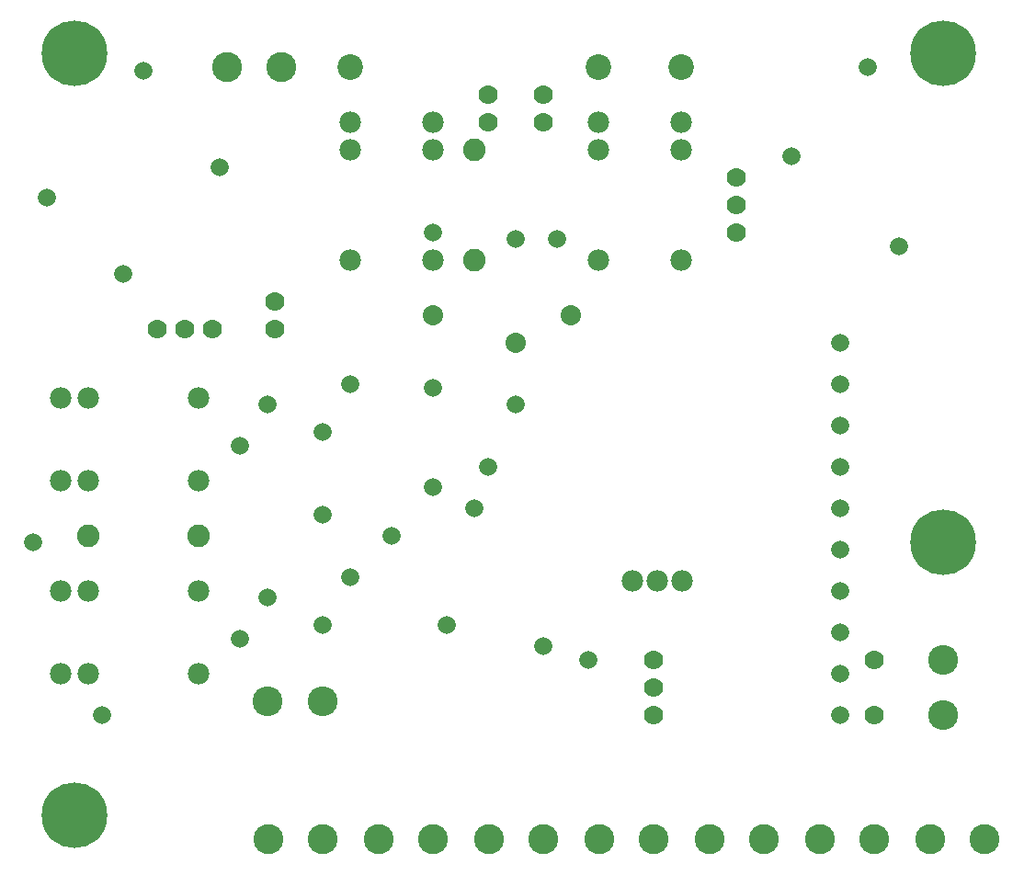
<source format=gbr>
G75*
%MOIN*%
%OFA0B0*%
%FSLAX25Y25*%
%IPPOS*%
%LPD*%
%AMOC8*
5,1,8,0,0,1.08239X$1,22.5*
%
%ADD10C,0.09300*%
%ADD11C,0.10800*%
%ADD12C,0.07000*%
%ADD13C,0.08200*%
%ADD14C,0.07800*%
%ADD15C,0.07343*%
%ADD16C,0.10879*%
%ADD17C,0.23800*%
%ADD18C,0.06556*%
D10*
X0132200Y0358333D03*
X0222200Y0358333D03*
X0252200Y0358333D03*
D11*
X0347200Y0143333D03*
X0347200Y0123333D03*
X0122200Y0128333D03*
X0102200Y0128333D03*
D12*
X0104700Y0263333D03*
X0104700Y0273333D03*
X0082200Y0263333D03*
X0072200Y0263333D03*
X0062200Y0263333D03*
X0182200Y0338333D03*
X0182200Y0348333D03*
X0202200Y0348333D03*
X0202200Y0338333D03*
X0272200Y0318333D03*
X0272200Y0308333D03*
X0272200Y0298333D03*
X0242200Y0143333D03*
X0242200Y0133333D03*
X0242200Y0123333D03*
X0322200Y0123333D03*
X0322200Y0143333D03*
D13*
X0177200Y0288333D03*
X0177200Y0328333D03*
X0077200Y0188333D03*
X0037200Y0188333D03*
D14*
X0037200Y0168333D03*
X0027200Y0168333D03*
X0027200Y0138333D03*
X0037200Y0138333D03*
X0077200Y0138333D03*
X0077200Y0168333D03*
X0077200Y0208333D03*
X0077200Y0238333D03*
X0037200Y0238333D03*
X0027200Y0238333D03*
X0027200Y0208333D03*
X0037200Y0208333D03*
X0132200Y0288333D03*
X0162200Y0288333D03*
X0162200Y0328333D03*
X0162200Y0338333D03*
X0132200Y0338333D03*
X0132200Y0328333D03*
X0222200Y0328333D03*
X0222200Y0338333D03*
X0252200Y0338333D03*
X0252200Y0328333D03*
X0252200Y0288333D03*
X0222200Y0288333D03*
X0234450Y0172083D03*
X0243450Y0172083D03*
X0252450Y0172083D03*
D15*
X0192200Y0258333D03*
X0212200Y0268333D03*
X0162200Y0268333D03*
D16*
X0107043Y0358333D03*
X0087357Y0358333D03*
X0102357Y0078333D03*
X0122043Y0078333D03*
X0142357Y0078333D03*
X0162043Y0078333D03*
X0182357Y0078333D03*
X0202043Y0078333D03*
X0222357Y0078333D03*
X0242043Y0078333D03*
X0262357Y0078333D03*
X0282043Y0078333D03*
X0302357Y0078333D03*
X0322043Y0078333D03*
X0342357Y0078333D03*
X0362043Y0078333D03*
D17*
X0032200Y0087083D03*
X0032200Y0363333D03*
X0347200Y0363333D03*
X0347200Y0185833D03*
D18*
X0309700Y0183333D03*
X0309700Y0168333D03*
X0309700Y0153333D03*
X0309700Y0138333D03*
X0309700Y0123333D03*
X0309700Y0198333D03*
X0309700Y0213333D03*
X0309700Y0228333D03*
X0309700Y0243333D03*
X0309700Y0258333D03*
X0330950Y0293333D03*
X0292200Y0325833D03*
X0319700Y0358333D03*
X0207200Y0295833D03*
X0192200Y0295833D03*
X0162200Y0298333D03*
X0162200Y0242083D03*
X0132200Y0243333D03*
X0122200Y0225833D03*
X0102200Y0235833D03*
X0092200Y0220833D03*
X0122200Y0195833D03*
X0132200Y0173333D03*
X0147200Y0188333D03*
X0162200Y0205833D03*
X0177200Y0198333D03*
X0182200Y0213333D03*
X0192200Y0235833D03*
X0167200Y0155833D03*
X0202200Y0148333D03*
X0218450Y0143333D03*
X0122200Y0155833D03*
X0102200Y0165833D03*
X0092200Y0150833D03*
X0042200Y0123333D03*
X0017200Y0185833D03*
X0049700Y0283333D03*
X0022200Y0310833D03*
X0057200Y0357083D03*
X0084700Y0322083D03*
M02*

</source>
